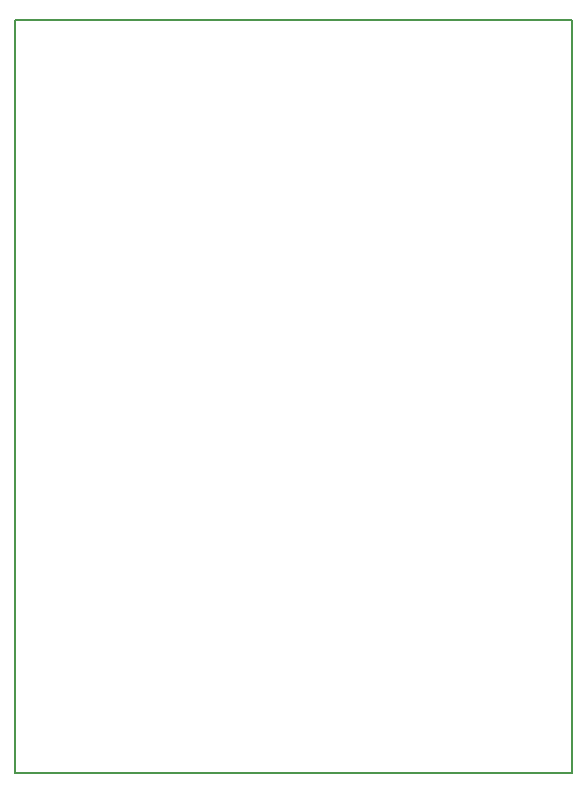
<source format=gm1>
G04 #@! TF.GenerationSoftware,KiCad,Pcbnew,(5.1.4-0)*
G04 #@! TF.CreationDate,2019-11-27T14:08:46-06:00*
G04 #@! TF.ProjectId,veccart,76656363-6172-4742-9e6b-696361645f70,rev?*
G04 #@! TF.SameCoordinates,Original*
G04 #@! TF.FileFunction,Profile,NP*
%FSLAX46Y46*%
G04 Gerber Fmt 4.6, Leading zero omitted, Abs format (unit mm)*
G04 Created by KiCad (PCBNEW (5.1.4-0)) date 2019-11-27 14:08:46*
%MOMM*%
%LPD*%
G04 APERTURE LIST*
%ADD10C,0.150000*%
G04 APERTURE END LIST*
D10*
X165288397Y-72398872D02*
X118088395Y-72398872D01*
X118088395Y-72398872D02*
X118088396Y-136198872D01*
X118088396Y-136198872D02*
X165288396Y-136198872D01*
X165288396Y-136198872D02*
X165288397Y-72398872D01*
M02*

</source>
